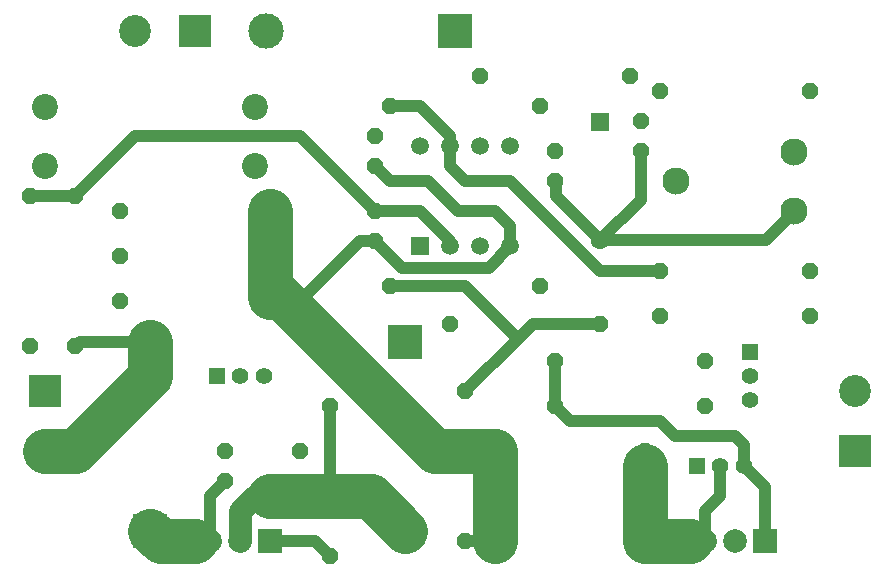
<source format=gbl>
G75*
%MOIN*%
%OFA0B0*%
%FSLAX25Y25*%
%IPPOS*%
%LPD*%
%AMOC8*
5,1,8,0,0,1.08239X$1,22.5*
%
%ADD10OC8,0.05600*%
%ADD11R,0.11811X0.11811*%
%ADD12C,0.11811*%
%ADD13R,0.06299X0.06299*%
%ADD14C,0.06299*%
%ADD15C,0.08661*%
%ADD16R,0.10630X0.10630*%
%ADD17C,0.10630*%
%ADD18R,0.05512X0.05512*%
%ADD19C,0.05512*%
%ADD20R,0.07874X0.07874*%
%ADD21C,0.07874*%
%ADD22C,0.09055*%
%ADD23R,0.05906X0.05906*%
%ADD24C,0.05906*%
%ADD25C,0.04000*%
%ADD26C,0.15000*%
%ADD27C,0.07500*%
D10*
X0076000Y0036000D03*
X0076000Y0046000D03*
X0101000Y0046000D03*
X0111000Y0061000D03*
X0151000Y0088500D03*
X0131000Y0101000D03*
X0126000Y0116000D03*
X0126000Y0126000D03*
X0126000Y0141000D03*
X0126000Y0151000D03*
X0131000Y0161000D03*
X0161000Y0171000D03*
X0181000Y0161000D03*
X0186000Y0146000D03*
X0186000Y0136000D03*
X0214500Y0146000D03*
X0214500Y0156000D03*
X0221000Y0166000D03*
X0211000Y0171000D03*
X0271000Y0166000D03*
X0271000Y0106000D03*
X0271000Y0091000D03*
X0236000Y0076000D03*
X0236000Y0061000D03*
X0216000Y0046000D03*
X0216000Y0031000D03*
X0216000Y0016000D03*
X0166000Y0016000D03*
X0156000Y0016000D03*
X0166000Y0031000D03*
X0166000Y0046000D03*
X0186000Y0061000D03*
X0186000Y0076000D03*
X0201000Y0088500D03*
X0221000Y0091000D03*
X0221000Y0106000D03*
X0181000Y0101000D03*
X0156000Y0066000D03*
X0101000Y0096000D03*
X0091000Y0096000D03*
X0091000Y0111000D03*
X0091000Y0126000D03*
X0041000Y0126000D03*
X0026000Y0131000D03*
X0011000Y0131000D03*
X0041000Y0111000D03*
X0041000Y0096000D03*
X0026000Y0081000D03*
X0011000Y0081000D03*
X0111000Y0011000D03*
D11*
X0051000Y0019504D03*
X0136000Y0082496D03*
X0152496Y0186000D03*
D12*
X0089504Y0186000D03*
X0051000Y0082496D03*
X0136000Y0019504D03*
D13*
X0201000Y0155685D03*
D14*
X0201000Y0116315D03*
D15*
X0086039Y0141157D03*
X0086039Y0160843D03*
X0015961Y0160843D03*
X0015961Y0141157D03*
D16*
X0066000Y0186000D03*
X0016000Y0066000D03*
X0286000Y0046000D03*
D17*
X0286000Y0066000D03*
X0046000Y0186000D03*
X0016000Y0046000D03*
D18*
X0073126Y0071000D03*
X0233126Y0041000D03*
X0251000Y0078874D03*
D19*
X0251000Y0071000D03*
X0251000Y0063126D03*
X0248874Y0041000D03*
X0241000Y0041000D03*
X0088874Y0071000D03*
X0081000Y0071000D03*
D20*
X0091000Y0016000D03*
X0256000Y0016000D03*
D21*
X0246000Y0016000D03*
X0236000Y0016000D03*
X0081000Y0016000D03*
X0071000Y0016000D03*
D22*
X0226315Y0136000D03*
X0265685Y0126157D03*
X0265685Y0145843D03*
D23*
X0141000Y0114268D03*
D24*
X0151000Y0114268D03*
X0161000Y0114268D03*
X0171000Y0114268D03*
X0171000Y0147732D03*
X0161000Y0147732D03*
X0151000Y0147732D03*
X0141000Y0147732D03*
D25*
X0151000Y0147732D02*
X0151000Y0141000D01*
X0156000Y0136000D01*
X0171000Y0136000D01*
X0201000Y0106000D01*
X0221000Y0106000D01*
X0201000Y0116315D02*
X0214500Y0129815D01*
X0214500Y0146000D01*
X0186315Y0136000D02*
X0186315Y0131000D01*
X0201000Y0116315D01*
X0256315Y0116315D01*
X0266000Y0126000D01*
X0265843Y0126000D01*
X0265685Y0126157D01*
X0201000Y0088500D02*
X0178500Y0088500D01*
X0173500Y0083500D01*
X0156000Y0101000D01*
X0131000Y0101000D01*
X0135000Y0107000D02*
X0163732Y0107000D01*
X0171000Y0114268D01*
X0171000Y0121000D01*
X0166000Y0126000D01*
X0153500Y0126000D01*
X0143500Y0136000D01*
X0131000Y0136000D01*
X0126000Y0141000D01*
X0126000Y0126000D02*
X0101000Y0151000D01*
X0046000Y0151000D01*
X0026000Y0131000D01*
X0011000Y0131000D01*
X0027496Y0082496D02*
X0026000Y0081000D01*
X0027496Y0082496D02*
X0051000Y0082496D01*
X0101000Y0096000D02*
X0121000Y0116000D01*
X0126000Y0116000D01*
X0135000Y0107000D01*
X0151000Y0114268D02*
X0151000Y0116000D01*
X0141000Y0126000D01*
X0126000Y0126000D01*
X0151000Y0147732D02*
X0151000Y0151000D01*
X0141000Y0161000D01*
X0131000Y0161000D01*
X0186000Y0136000D02*
X0186315Y0136000D01*
X0173500Y0083500D02*
X0156000Y0066000D01*
X0186000Y0061000D02*
X0186000Y0076000D01*
X0186000Y0061000D02*
X0191000Y0056000D01*
X0221000Y0056000D01*
X0226000Y0051000D01*
X0246000Y0051000D01*
X0248874Y0048126D01*
X0248874Y0041000D01*
X0256000Y0033874D01*
X0256000Y0016000D01*
X0236000Y0016000D02*
X0236000Y0026000D01*
X0241000Y0031000D01*
X0241000Y0041000D01*
X0216000Y0041000D02*
X0216000Y0046000D01*
X0216000Y0031000D01*
X0166000Y0016000D02*
X0156000Y0016000D01*
X0111000Y0011000D02*
X0106000Y0016000D01*
X0091000Y0016000D01*
X0071000Y0016000D02*
X0071000Y0031000D01*
X0076000Y0036000D01*
X0111000Y0031000D02*
X0111000Y0061000D01*
D26*
X0146000Y0046000D02*
X0091000Y0101000D01*
X0091000Y0111000D01*
X0091000Y0126000D01*
X0091000Y0111000D02*
X0091000Y0097500D01*
X0051000Y0082496D02*
X0051000Y0071000D01*
X0026000Y0046000D01*
X0016000Y0046000D01*
X0051000Y0019504D02*
X0054504Y0016000D01*
X0066000Y0016000D01*
X0091000Y0031000D02*
X0111000Y0031000D01*
X0124504Y0031000D01*
X0136000Y0019504D01*
X0166000Y0016000D02*
X0166000Y0031000D01*
X0166000Y0046000D01*
X0146000Y0046000D01*
X0216000Y0041000D02*
X0216000Y0031000D01*
X0216000Y0016000D01*
X0231000Y0016000D01*
D27*
X0236000Y0016000D01*
X0091000Y0031000D02*
X0086000Y0031000D01*
X0081000Y0026000D01*
X0081000Y0016000D01*
X0071000Y0016000D02*
X0066000Y0016000D01*
M02*

</source>
